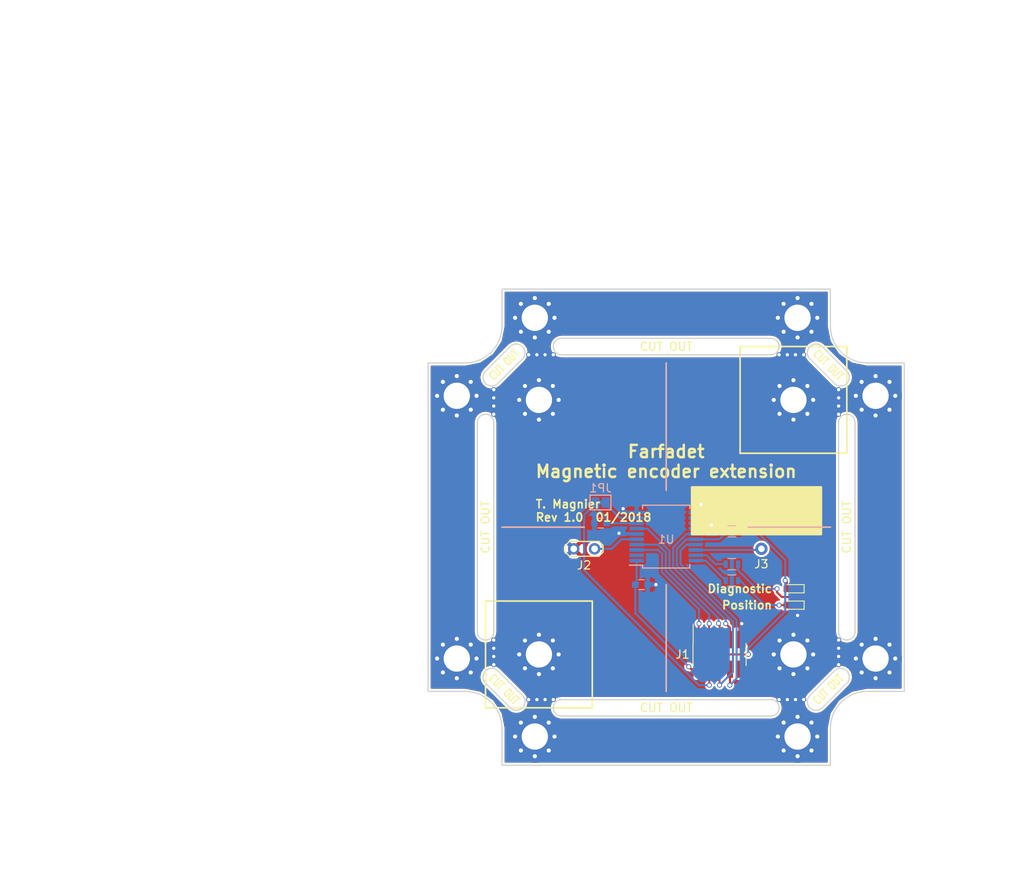
<source format=kicad_pcb>
(kicad_pcb (version 4) (host pcbnew 4.0.7)
  (title_block (title "Farfadet - Magnetic encoder extension") (date 2018-01-23) (rev 1.0) (company "Tom Magnier"))
  (layers (0 F.Cu signal hide) (31 B.Cu signal hide) (34 B.Paste user) (35 F.Paste user) (36 B.SilkS user) (37 F.SilkS user) (38 B.Mask user) (39 F.Mask user) (44 Edge.Cuts user))
  (net 0 "")
  (net 1 GND)
  (net 2 +3V3)
  (net 3 +5V)
  (net 4 "Net-(D1-Pad1)")
  (net 5 "Net-(D2-Pad2)")
  (net 6 /ENCN)
  (net 7 /ENCB)
  (net 8 /ENCA)
  (net 9 /~CS~_EXT)
  (net 10 /SDO)
  (net 11 /SCK)
  (net 12 /SDI)
  (net 13 /V_OTP)
  (net 14 "Net-(J3-Pad1)")
  (net 15 "Net-(JP1-Pad2)")
  (net 16 "Net-(R2-Pad1)")
  (net 17 "Net-(R3-Pad2)")
  (net 18 "Net-(U1-Pad2)")
  (module Mounting_Holes:MountingHole_3.2mm_M3_Pad_Via (layer F.Cu) (at 169 86)
    (fp_text reference H10 hide)
    (fp_text value HOLE hide)
    (pad 1 thru_hole circle (at 0 0) (size 6.4 6.4) (drill 3.2) (layers *.Cu *.Mask) (net 1 GND))
    (pad "" thru_hole circle (at 2.4 0) (size 0.6 0.6) (drill 0.5) (layers *.Cu *.Mask))
    (pad "" thru_hole circle (at 1.697056 1.697056) (size 0.6 0.6) (drill 0.5) (layers *.Cu *.Mask))
    (pad "" thru_hole circle (at 0 2.4) (size 0.6 0.6) (drill 0.5) (layers *.Cu *.Mask))
    (pad "" thru_hole circle (at -1.697056 1.697056) (size 0.6 0.6) (drill 0.5) (layers *.Cu *.Mask))
    (pad "" thru_hole circle (at -2.4 0) (size 0.6 0.6) (drill 0.5) (layers *.Cu *.Mask))
    (pad "" thru_hole circle (at -1.697056 -1.697056) (size 0.6 0.6) (drill 0.5) (layers *.Cu *.Mask))
    (pad "" thru_hole circle (at 0 -2.4) (size 0.6 0.6) (drill 0.5) (layers *.Cu *.Mask))
    (pad "" thru_hole circle (at 1.697056 -1.697056) (size 0.6 0.6) (drill 0.5) (layers *.Cu *.Mask))
  )
  (module Mounting_Holes:MountingHole_3.2mm_M3_Pad_Via (layer F.Cu) (at 169 117)
    (fp_text reference H11 hide)
    (fp_text value HOLE hide)
    (pad 1 thru_hole circle (at 0 0) (size 6.4 6.4) (drill 3.2) (layers *.Cu *.Mask) (net 1 GND))
    (pad "" thru_hole circle (at 2.4 0) (size 0.6 0.6) (drill 0.5) (layers *.Cu *.Mask))
    (pad "" thru_hole circle (at 1.697056 1.697056) (size 0.6 0.6) (drill 0.5) (layers *.Cu *.Mask))
    (pad "" thru_hole circle (at 0 2.4) (size 0.6 0.6) (drill 0.5) (layers *.Cu *.Mask))
    (pad "" thru_hole circle (at -1.697056 1.697056) (size 0.6 0.6) (drill 0.5) (layers *.Cu *.Mask))
    (pad "" thru_hole circle (at -2.4 0) (size 0.6 0.6) (drill 0.5) (layers *.Cu *.Mask))
    (pad "" thru_hole circle (at -1.697056 -1.697056) (size 0.6 0.6) (drill 0.5) (layers *.Cu *.Mask))
    (pad "" thru_hole circle (at 0 -2.4) (size 0.6 0.6) (drill 0.5) (layers *.Cu *.Mask))
    (pad "" thru_hole circle (at 1.697056 -1.697056) (size 0.6 0.6) (drill 0.5) (layers *.Cu *.Mask))
  )
  (module Mounting_Holes:MountingHole_3.2mm_M3_Pad_Via (layer F.Cu) (at 138 117)
    (fp_text reference H12 hide)
    (fp_text value HOLE hide)
    (pad 1 thru_hole circle (at 0 0) (size 6.4 6.4) (drill 3.2) (layers *.Cu *.Mask) (net 1 GND))
    (pad "" thru_hole circle (at 2.4 0) (size 0.6 0.6) (drill 0.5) (layers *.Cu *.Mask))
    (pad "" thru_hole circle (at 1.697056 1.697056) (size 0.6 0.6) (drill 0.5) (layers *.Cu *.Mask))
    (pad "" thru_hole circle (at 0 2.4) (size 0.6 0.6) (drill 0.5) (layers *.Cu *.Mask))
    (pad "" thru_hole circle (at -1.697056 1.697056) (size 0.6 0.6) (drill 0.5) (layers *.Cu *.Mask))
    (pad "" thru_hole circle (at -2.4 0) (size 0.6 0.6) (drill 0.5) (layers *.Cu *.Mask))
    (pad "" thru_hole circle (at -1.697056 -1.697056) (size 0.6 0.6) (drill 0.5) (layers *.Cu *.Mask))
    (pad "" thru_hole circle (at 0 -2.4) (size 0.6 0.6) (drill 0.5) (layers *.Cu *.Mask))
    (pad "" thru_hole circle (at 1.697056 -1.697056) (size 0.6 0.6) (drill 0.5) (layers *.Cu *.Mask))
  )
  (module Mounting_Holes:MountingHole_3.2mm_M3_Pad_Via (layer F.Cu) (at 138 86)
    (fp_text reference H9 hide)
    (fp_text value HOLE hide)
    (pad 1 thru_hole circle (at 0 0) (size 6.4 6.4) (drill 3.2) (layers *.Cu *.Mask) (net 1 GND))
    (pad "" thru_hole circle (at 2.4 0) (size 0.6 0.6) (drill 0.5) (layers *.Cu *.Mask))
    (pad "" thru_hole circle (at 1.697056 1.697056) (size 0.6 0.6) (drill 0.5) (layers *.Cu *.Mask))
    (pad "" thru_hole circle (at 0 2.4) (size 0.6 0.6) (drill 0.5) (layers *.Cu *.Mask))
    (pad "" thru_hole circle (at -1.697056 1.697056) (size 0.6 0.6) (drill 0.5) (layers *.Cu *.Mask))
    (pad "" thru_hole circle (at -2.4 0) (size 0.6 0.6) (drill 0.5) (layers *.Cu *.Mask))
    (pad "" thru_hole circle (at -1.697056 -1.697056) (size 0.6 0.6) (drill 0.5) (layers *.Cu *.Mask))
    (pad "" thru_hole circle (at 0 -2.4) (size 0.6 0.6) (drill 0.5) (layers *.Cu *.Mask))
    (pad "" thru_hole circle (at 1.697056 -1.697056) (size 0.6 0.6) (drill 0.5) (layers *.Cu *.Mask))
  )
  (module Mounting_Holes:MountingHole_3.2mm_M3_Pad_Via (layer F.Cu) (at 169.5 127)
    (fp_text reference H5 hide)
    (fp_text value HOLE hide)
    (pad 1 thru_hole circle (at 0 0) (size 6.4 6.4) (drill 3.2) (layers *.Cu *.Mask) (net 1 GND))
    (pad "" thru_hole circle (at 2.4 0) (size 0.6 0.6) (drill 0.5) (layers *.Cu *.Mask))
    (pad "" thru_hole circle (at 1.697056 1.697056) (size 0.6 0.6) (drill 0.5) (layers *.Cu *.Mask))
    (pad "" thru_hole circle (at 0 2.4) (size 0.6 0.6) (drill 0.5) (layers *.Cu *.Mask))
    (pad "" thru_hole circle (at -1.697056 1.697056) (size 0.6 0.6) (drill 0.5) (layers *.Cu *.Mask))
    (pad "" thru_hole circle (at -2.4 0) (size 0.6 0.6) (drill 0.5) (layers *.Cu *.Mask))
    (pad "" thru_hole circle (at -1.697056 -1.697056) (size 0.6 0.6) (drill 0.5) (layers *.Cu *.Mask))
    (pad "" thru_hole circle (at 0 -2.4) (size 0.6 0.6) (drill 0.5) (layers *.Cu *.Mask))
    (pad "" thru_hole circle (at 1.697056 -1.697056) (size 0.6 0.6) (drill 0.5) (layers *.Cu *.Mask))
  )
  (module Mounting_Holes:MountingHole_3.2mm_M3_Pad_Via (layer F.Cu) (at 137.5 127)
    (fp_text reference H6 hide)
    (fp_text value HOLE hide)
    (pad 1 thru_hole circle (at 0 0) (size 6.4 6.4) (drill 3.2) (layers *.Cu *.Mask) (net 1 GND))
    (pad "" thru_hole circle (at 2.4 0) (size 0.6 0.6) (drill 0.5) (layers *.Cu *.Mask))
    (pad "" thru_hole circle (at 1.697056 1.697056) (size 0.6 0.6) (drill 0.5) (layers *.Cu *.Mask))
    (pad "" thru_hole circle (at 0 2.4) (size 0.6 0.6) (drill 0.5) (layers *.Cu *.Mask))
    (pad "" thru_hole circle (at -1.697056 1.697056) (size 0.6 0.6) (drill 0.5) (layers *.Cu *.Mask))
    (pad "" thru_hole circle (at -2.4 0) (size 0.6 0.6) (drill 0.5) (layers *.Cu *.Mask))
    (pad "" thru_hole circle (at -1.697056 -1.697056) (size 0.6 0.6) (drill 0.5) (layers *.Cu *.Mask))
    (pad "" thru_hole circle (at 0 -2.4) (size 0.6 0.6) (drill 0.5) (layers *.Cu *.Mask))
    (pad "" thru_hole circle (at 1.697056 -1.697056) (size 0.6 0.6) (drill 0.5) (layers *.Cu *.Mask))
  )
  (module Mounting_Holes:MountingHole_3.2mm_M3_Pad_Via (layer F.Cu) (at 169.5 76 90)
    (fp_text reference H2 hide)
    (fp_text value HOLE hide)
    (pad 1 thru_hole circle (at 0 0 90) (size 6.4 6.4) (drill 3.2) (layers *.Cu *.Mask) (net 1 GND))
    (pad "" thru_hole circle (at 2.4 0 90) (size 0.6 0.6) (drill 0.5) (layers *.Cu *.Mask))
    (pad "" thru_hole circle (at 1.697056 1.697056 90) (size 0.6 0.6) (drill 0.5) (layers *.Cu *.Mask))
    (pad "" thru_hole circle (at 0 2.4 90) (size 0.6 0.6) (drill 0.5) (layers *.Cu *.Mask))
    (pad "" thru_hole circle (at -1.697056 1.697056 90) (size 0.6 0.6) (drill 0.5) (layers *.Cu *.Mask))
    (pad "" thru_hole circle (at -2.4 0 90) (size 0.6 0.6) (drill 0.5) (layers *.Cu *.Mask))
    (pad "" thru_hole circle (at -1.697056 -1.697056 90) (size 0.6 0.6) (drill 0.5) (layers *.Cu *.Mask))
    (pad "" thru_hole circle (at 0 -2.4 90) (size 0.6 0.6) (drill 0.5) (layers *.Cu *.Mask))
    (pad "" thru_hole circle (at 1.697056 -1.697056 90) (size 0.6 0.6) (drill 0.5) (layers *.Cu *.Mask))
  )
  (module Mounting_Holes:MountingHole_3.2mm_M3_Pad_Via (layer F.Cu) (at 137.5 76)
    (fp_text reference H1 hide)
    (fp_text value HOLE hide)
    (pad 1 thru_hole circle (at 0 0) (size 6.4 6.4) (drill 3.2) (layers *.Cu *.Mask) (net 1 GND))
    (pad "" thru_hole circle (at 2.4 0) (size 0.6 0.6) (drill 0.5) (layers *.Cu *.Mask))
    (pad "" thru_hole circle (at 1.697056 1.697056) (size 0.6 0.6) (drill 0.5) (layers *.Cu *.Mask))
    (pad "" thru_hole circle (at 0 2.4) (size 0.6 0.6) (drill 0.5) (layers *.Cu *.Mask))
    (pad "" thru_hole circle (at -1.697056 1.697056) (size 0.6 0.6) (drill 0.5) (layers *.Cu *.Mask))
    (pad "" thru_hole circle (at -2.4 0) (size 0.6 0.6) (drill 0.5) (layers *.Cu *.Mask))
    (pad "" thru_hole circle (at -1.697056 -1.697056) (size 0.6 0.6) (drill 0.5) (layers *.Cu *.Mask))
    (pad "" thru_hole circle (at 0 -2.4) (size 0.6 0.6) (drill 0.5) (layers *.Cu *.Mask))
    (pad "" thru_hole circle (at 1.697056 -1.697056) (size 0.6 0.6) (drill 0.5) (layers *.Cu *.Mask))
  )
  (module Mounting_Holes:MountingHole_3.2mm_M3_Pad_Via (layer F.Cu) (at 179 117.5)
    (fp_text reference H4 hide)
    (fp_text value HOLE hide)
    (pad 1 thru_hole circle (at 0 0) (size 6.4 6.4) (drill 3.2) (layers *.Cu *.Mask) (net 1 GND))
    (pad "" thru_hole circle (at 2.4 0) (size 0.6 0.6) (drill 0.5) (layers *.Cu *.Mask))
    (pad "" thru_hole circle (at 1.697056 1.697056) (size 0.6 0.6) (drill 0.5) (layers *.Cu *.Mask))
    (pad "" thru_hole circle (at 0 2.4) (size 0.6 0.6) (drill 0.5) (layers *.Cu *.Mask))
    (pad "" thru_hole circle (at -1.697056 1.697056) (size 0.6 0.6) (drill 0.5) (layers *.Cu *.Mask))
    (pad "" thru_hole circle (at -2.4 0) (size 0.6 0.6) (drill 0.5) (layers *.Cu *.Mask))
    (pad "" thru_hole circle (at -1.697056 -1.697056) (size 0.6 0.6) (drill 0.5) (layers *.Cu *.Mask))
    (pad "" thru_hole circle (at 0 -2.4) (size 0.6 0.6) (drill 0.5) (layers *.Cu *.Mask))
    (pad "" thru_hole circle (at 1.697056 -1.697056) (size 0.6 0.6) (drill 0.5) (layers *.Cu *.Mask))
  )
  (module Mounting_Holes:MountingHole_3.2mm_M3_Pad_Via (layer F.Cu) (at 179 85.5)
    (fp_text reference H3 hide)
    (fp_text value HOLE hide)
    (pad 1 thru_hole circle (at 0 0) (size 6.4 6.4) (drill 3.2) (layers *.Cu *.Mask) (net 1 GND))
    (pad "" thru_hole circle (at 2.4 0) (size 0.6 0.6) (drill 0.5) (layers *.Cu *.Mask))
    (pad "" thru_hole circle (at 1.697056 1.697056) (size 0.6 0.6) (drill 0.5) (layers *.Cu *.Mask))
    (pad "" thru_hole circle (at 0 2.4) (size 0.6 0.6) (drill 0.5) (layers *.Cu *.Mask))
    (pad "" thru_hole circle (at -1.697056 1.697056) (size 0.6 0.6) (drill 0.5) (layers *.Cu *.Mask))
    (pad "" thru_hole circle (at -2.4 0) (size 0.6 0.6) (drill 0.5) (layers *.Cu *.Mask))
    (pad "" thru_hole circle (at -1.697056 -1.697056) (size 0.6 0.6) (drill 0.5) (layers *.Cu *.Mask))
    (pad "" thru_hole circle (at 0 -2.4) (size 0.6 0.6) (drill 0.5) (layers *.Cu *.Mask))
    (pad "" thru_hole circle (at 1.697056 -1.697056) (size 0.6 0.6) (drill 0.5) (layers *.Cu *.Mask))
  )
  (module Capacitors_SMD:C_0603 (layer B.Cu) (at 150.5 108.5)
    (fp_text reference C1)
    (fp_text value 0.1uF hide)
    (fp_line (start 0.35 -0.6) (end -0.35 -0.6) (layer B.SilkS) (width 0.12))
    (fp_line (start -0.35 0.6) (end 0.35 0.6) (layer B.SilkS) (width 0.12))
    (pad 2 smd rect (at 0.75 0) (size 0.8 0.75) (layers B.Cu B.Paste B.Mask) (net 1 GND))
    (pad 1 smd rect (at -0.75 0) (size 0.8 0.75) (layers B.Cu B.Paste B.Mask) (net 2 +3V3))
  )
  (module Capacitors_SMD:C_0603 (layer B.Cu) (at 145.5 101 180)
    (fp_text reference C2)
    (fp_text value 0.1uF hide)
    (fp_line (start 0.35 -0.6) (end -0.35 -0.6) (layer B.SilkS) (width 0.12))
    (fp_line (start -0.35 0.6) (end 0.35 0.6) (layer B.SilkS) (width 0.12))
    (pad 2 smd rect (at 0.75 0 180) (size 0.8 0.75) (layers B.Cu B.Paste B.Mask) (net 1 GND))
    (pad 1 smd rect (at -0.75 0 180) (size 0.8 0.75) (layers B.Cu B.Paste B.Mask) (net 3 +5V))
  )
  (module LEDs:LED_0603 (layer F.Cu) (at 169 109 180)
    (fp_text reference D1)
    (fp_text value LED_Small hide)
    (fp_line (start -1.3 -0.5) (end -1.3 0.5) (layer F.SilkS) (width 0.12))
    (fp_line (start -1.3 0.5) (end 0.8 0.5) (layer F.SilkS) (width 0.12))
    (fp_line (start -1.3 -0.5) (end 0.8 -0.5) (layer F.SilkS) (width 0.12))
    (pad 2 smd rect (at 0.8 0) (size 0.8 0.8) (layers F.Cu F.Paste F.Mask) (net 2 +3V3))
    (pad 1 smd rect (at -0.8 0) (size 0.8 0.8) (layers F.Cu F.Paste F.Mask) (net 4 "Net-(D1-Pad1)"))
  )
  (module LEDs:LED_0603 (layer F.Cu) (at 169 111 180)
    (fp_text reference D2)
    (fp_text value LED_Small hide)
    (fp_line (start -1.3 -0.5) (end -1.3 0.5) (layer F.SilkS) (width 0.12))
    (fp_line (start -1.3 0.5) (end 0.8 0.5) (layer F.SilkS) (width 0.12))
    (fp_line (start -1.3 -0.5) (end 0.8 -0.5) (layer F.SilkS) (width 0.12))
    (pad 2 smd rect (at 0.8 0) (size 0.8 0.8) (layers F.Cu F.Paste F.Mask) (net 5 "Net-(D2-Pad2)"))
    (pad 1 smd rect (at -0.8 0) (size 0.8 0.8) (layers F.Cu F.Paste F.Mask) (net 1 GND))
  )
  (module Socket_Strips:Socket_Strip_Straight_2x05_Pitch1.27mm_SMD (layer F.Cu) (at 160 117 90)
    (fp_text reference J1 (at 0 -4.5 180) (layer F.SilkS))
    (fp_text value Conn_02x05_Odd_Even hide)
    (fp_line (start -1.33 -3.215) (end -1.33 -3.235) (layer F.SilkS) (width 0.12))
    (fp_line (start -1.33 -3.235) (end 1.33 -3.235) (layer F.SilkS) (width 0.12))
    (fp_line (start 1.33 -3.235) (end 1.33 -3.215) (layer F.SilkS) (width 0.12))
    (fp_line (start -1.33 3.215) (end -1.33 3.235) (layer F.SilkS) (width 0.12))
    (fp_line (start -1.33 3.235) (end 1.33 3.235) (layer F.SilkS) (width 0.12))
    (fp_line (start 1.33 3.235) (end 1.33 3.215) (layer F.SilkS) (width 0.12))
    (fp_line (start 3.635 -3.215) (end 1.33 -3.215) (layer F.SilkS) (width 0.12))
    (pad 1 smd rect (at 1.8 -2.54 90) (size 2.1 0.75) (layers F.Cu F.Paste F.Mask) (net 6 /ENCN))
    (pad 2 smd rect (at -1.8 -2.54 90) (size 2.1 0.75) (layers F.Cu F.Paste F.Mask) (net 2 +3V3))
    (pad 3 smd rect (at 1.8 -1.27 90) (size 2.1 0.75) (layers F.Cu F.Paste F.Mask) (net 7 /ENCB))
    (pad 4 smd rect (at -1.8 -1.27 90) (size 2.1 0.75) (layers F.Cu F.Paste F.Mask) (net 3 +5V))
    (pad 5 smd rect (at 1.8 0 90) (size 2.1 0.75) (layers F.Cu F.Paste F.Mask) (net 8 /ENCA))
    (pad 6 smd rect (at -1.8 0 90) (size 2.1 0.75) (layers F.Cu F.Paste F.Mask) (net 9 /~CS~_EXT))
    (pad 7 smd rect (at 1.8 1.27 90) (size 2.1 0.75) (layers F.Cu F.Paste F.Mask) (net 10 /SDO))
    (pad 8 smd rect (at -1.8 1.27 90) (size 2.1 0.75) (layers F.Cu F.Paste F.Mask) (net 11 /SCK))
    (pad 9 smd rect (at 1.8 2.54 90) (size 2.1 0.75) (layers F.Cu F.Paste F.Mask) (net 1 GND))
    (pad 10 smd rect (at -1.8 2.54 90) (size 2.1 0.75) (layers F.Cu F.Paste F.Mask) (net 12 /SDI))
  )
  (module Measurement_Points:Test_Point_2Pads (layer F.Cu) (at 144.78 104.14 180)
    (fp_text reference J2 (at 1.27 -2 180) (layer F.SilkS))
    (fp_text value Conn_01x02 hide)
    (fp_line (start -0.53 -0.9) (end 3.07 -0.9) (layer F.SilkS) (width 0.15))
    (fp_line (start 3.07 -0.9) (end 3.57 -0.4) (layer F.SilkS) (width 0.15))
    (fp_line (start 3.57 -0.4) (end 3.57 0.4) (layer F.SilkS) (width 0.15))
    (fp_line (start 3.57 0.4) (end 3.07 0.9) (layer F.SilkS) (width 0.15))
    (fp_line (start 3.07 0.9) (end -0.53 0.9) (layer F.SilkS) (width 0.15))
    (fp_line (start -0.53 0.9) (end -1.03 0.4) (layer F.SilkS) (width 0.15))
    (fp_line (start -1.03 0.4) (end -1.03 -0.4) (layer F.SilkS) (width 0.15))
    (fp_line (start -1.03 -0.4) (end -0.53 -0.9) (layer F.SilkS) (width 0.15))
    (pad 1 thru_hole circle (at 0 0 180) (size 1.4 1.4) (drill 0.8128) (layers *.Cu *.Mask) (net 13 /V_OTP))
    (pad 2 thru_hole circle (at 2.54 0 180) (size 1.4 1.4) (drill 0.8128) (layers *.Cu *.Mask) (net 1 GND))
  )
  (module Measurement_Points:Measurement_Point_Round-TH_Small (layer F.Cu) (at 165.1 104.14)
    (fp_text reference J3 (at 0 1.86) (layer F.SilkS))
    (fp_text value TEST_1P hide)
    (pad 1 thru_hole circle (at 0 0) (size 1.5 1.5) (drill 0.8) (layers *.Cu *.Mask) (net 14 "Net-(J3-Pad1)"))
  )
  (module tom_kicad_lib:Solder_Jumper_2_conn (layer B.Cu) (at 145.5 98.5 270)
    (fp_text reference JP1 (at -1.75 0 540) (layer B.SilkS) (effects (justify mirror)))
    (fp_text value Jumper_NC_Small hide)
    (fp_line (start 0 0.4) (end 0 -0.4) (layer B.Cu) (width 0.5))
    (fp_line (start -0.889 1.27) (end -0.889 -1.27) (layer B.SilkS) (width 0.15))
    (fp_line (start 0.889 -1.27) (end 0.889 1.27) (layer B.SilkS) (width 0.15))
    (fp_line (start 0.889 -1.27) (end -0.889 -1.27) (layer B.SilkS) (width 0.15))
    (fp_line (start -0.889 1.27) (end 0.889 1.27) (layer B.SilkS) (width 0.15))
    (pad 1 smd rect (at 0 0.635 270) (size 1.27 0.9652) (layers B.Cu B.Mask) (net 3 +5V))
    (pad 2 smd rect (at 0 -0.635 270) (size 1.27 0.9652) (layers B.Cu B.Mask) (net 15 "Net-(JP1-Pad2)"))
  )
  (module Resistors_SMD:R_0603 (layer B.Cu) (at 161.5 102 180)
    (fp_text reference R1)
    (fp_text value 10k hide)
    (fp_line (start 0.5 -0.68) (end -0.5 -0.68) (layer B.SilkS) (width 0.12))
    (fp_line (start -0.5 0.68) (end 0.5 0.68) (layer B.SilkS) (width 0.12))
    (pad 1 smd rect (at -0.75 0 180) (size 0.5 0.9) (layers B.Cu B.Paste B.Mask) (net 2 +3V3))
    (pad 2 smd rect (at 0.75 0 180) (size 0.5 0.9) (layers B.Cu B.Paste B.Mask) (net 9 /~CS~_EXT))
  )
  (module Resistors_SMD:R_0603 (layer B.Cu) (at 161.5 106)
    (fp_text reference R2)
    (fp_text value 4.7k hide)
    (fp_line (start 0.5 -0.68) (end -0.5 -0.68) (layer B.SilkS) (width 0.12))
    (fp_line (start -0.5 0.68) (end 0.5 0.68) (layer B.SilkS) (width 0.12))
    (pad 1 smd rect (at -0.75 0) (size 0.5 0.9) (layers B.Cu B.Paste B.Mask) (net 16 "Net-(R2-Pad1)"))
    (pad 2 smd rect (at 0.75 0) (size 0.5 0.9) (layers B.Cu B.Paste B.Mask) (net 4 "Net-(D1-Pad1)"))
  )
  (module Resistors_SMD:R_0603 (layer B.Cu) (at 161.5 108 180)
    (fp_text reference R3)
    (fp_text value 4.7k hide)
    (fp_line (start 0.5 -0.68) (end -0.5 -0.68) (layer B.SilkS) (width 0.12))
    (fp_line (start -0.5 0.68) (end 0.5 0.68) (layer B.SilkS) (width 0.12))
    (pad 1 smd rect (at -0.75 0 180) (size 0.5 0.9) (layers B.Cu B.Paste B.Mask) (net 5 "Net-(D2-Pad2)"))
    (pad 2 smd rect (at 0.75 0 180) (size 0.5 0.9) (layers B.Cu B.Paste B.Mask) (net 17 "Net-(R3-Pad2)"))
  )
  (module Mounting_Holes:MountingHole_3.2mm_M3_Pad_Via (layer F.Cu) (at 128 117.5)
    (fp_text reference H7 hide)
    (fp_text value HOLE hide)
    (pad 1 thru_hole circle (at 0 0) (size 6.4 6.4) (drill 3.2) (layers *.Cu *.Mask) (net 1 GND))
    (pad "" thru_hole circle (at 2.4 0) (size 0.6 0.6) (drill 0.5) (layers *.Cu *.Mask))
    (pad "" thru_hole circle (at 1.697056 1.697056) (size 0.6 0.6) (drill 0.5) (layers *.Cu *.Mask))
    (pad "" thru_hole circle (at 0 2.4) (size 0.6 0.6) (drill 0.5) (layers *.Cu *.Mask))
    (pad "" thru_hole circle (at -1.697056 1.697056) (size 0.6 0.6) (drill 0.5) (layers *.Cu *.Mask))
    (pad "" thru_hole circle (at -2.4 0) (size 0.6 0.6) (drill 0.5) (layers *.Cu *.Mask))
    (pad "" thru_hole circle (at -1.697056 -1.697056) (size 0.6 0.6) (drill 0.5) (layers *.Cu *.Mask))
    (pad "" thru_hole circle (at 0 -2.4) (size 0.6 0.6) (drill 0.5) (layers *.Cu *.Mask))
    (pad "" thru_hole circle (at 1.697056 -1.697056) (size 0.6 0.6) (drill 0.5) (layers *.Cu *.Mask))
  )
  (module Mounting_Holes:MountingHole_3.2mm_M3_Pad_Via (layer F.Cu) (at 128 85.5)
    (fp_text reference H8 hide)
    (fp_text value HOLE hide)
    (pad 1 thru_hole circle (at 0 0) (size 6.4 6.4) (drill 3.2) (layers *.Cu *.Mask) (net 1 GND))
    (pad "" thru_hole circle (at 2.4 0) (size 0.6 0.6) (drill 0.5) (layers *.Cu *.Mask))
    (pad "" thru_hole circle (at 1.697056 1.697056) (size 0.6 0.6) (drill 0.5) (layers *.Cu *.Mask))
    (pad "" thru_hole circle (at 0 2.4) (size 0.6 0.6) (drill 0.5) (layers *.Cu *.Mask))
    (pad "" thru_hole circle (at -1.697056 1.697056) (size 0.6 0.6) (drill 0.5) (layers *.Cu *.Mask))
    (pad "" thru_hole circle (at -2.4 0) (size 0.6 0.6) (drill 0.5) (layers *.Cu *.Mask))
    (pad "" thru_hole circle (at -1.697056 -1.697056) (size 0.6 0.6) (drill 0.5) (layers *.Cu *.Mask))
    (pad "" thru_hole circle (at 0 -2.4) (size 0.6 0.6) (drill 0.5) (layers *.Cu *.Mask))
    (pad "" thru_hole circle (at 1.697056 -1.697056) (size 0.6 0.6) (drill 0.5) (layers *.Cu *.Mask))
  )
  (module tom_kicad_lib:SSOP-20_5.3x7.2mm_Pitch0.65mm (layer B.Cu) (at 153.5 102.65)
    (fp_text reference U1 (at 0 0.35) (layer B.SilkS) (effects (justify mirror)))
    (fp_text value AS5132-HSS* hide)
    (fp_line (start -2.875 3.825) (end -2.875 3.475) (layer B.SilkS) (width 0.15))
    (fp_line (start 2.875 3.825) (end 2.875 3.375) (layer B.SilkS) (width 0.15))
    (fp_line (start 2.875 -3.825) (end 2.875 -3.375) (layer B.SilkS) (width 0.15))
    (fp_line (start -2.875 -3.825) (end -2.875 -3.375) (layer B.SilkS) (width 0.15))
    (fp_line (start -2.875 3.825) (end 2.875 3.825) (layer B.SilkS) (width 0.15))
    (fp_line (start -2.875 -3.825) (end 2.875 -3.825) (layer B.SilkS) (width 0.15))
    (fp_line (start -2.875 3.475) (end -4.475 3.475) (layer B.SilkS) (width 0.15))
    (pad 1 smd rect (at -3.6 2.925) (size 1.75 0.45) (layers B.Cu B.Paste B.Mask) (net 2 +3V3))
    (pad 2 smd rect (at -3.6 2.275) (size 1.75 0.45) (layers B.Cu B.Paste B.Mask) (net 18 "Net-(U1-Pad2)"))
    (pad 3 smd rect (at -3.6 1.625) (size 1.75 0.45) (layers B.Cu B.Paste B.Mask) (net 6 /ENCN))
    (pad 4 smd rect (at -3.6 0.975) (size 1.75 0.45) (layers B.Cu B.Paste B.Mask) (net 7 /ENCB))
    (pad 5 smd rect (at -3.6 0.325) (size 1.75 0.45) (layers B.Cu B.Paste B.Mask) (net 13 /V_OTP))
    (pad 6 smd rect (at -3.6 -0.325) (size 1.75 0.45) (layers B.Cu B.Paste B.Mask) (net 1 GND))
    (pad 7 smd rect (at -3.6 -0.975) (size 1.75 0.45) (layers B.Cu B.Paste B.Mask) (net 8 /ENCA))
    (pad 8 smd rect (at -3.6 -1.625) (size 1.75 0.45) (layers B.Cu B.Paste B.Mask) (net 3 +5V))
    (pad 9 smd rect (at -3.6 -2.275) (size 1.75 0.45) (layers B.Cu B.Paste B.Mask) (net 15 "Net-(JP1-Pad2)"))
    (pad 10 smd rect (at -3.6 -2.925) (size 1.75 0.45) (layers B.Cu B.Paste B.Mask) (net 1 GND))
    (pad 11 smd rect (at 3.6 -2.925) (size 1.75 0.45) (layers B.Cu B.Paste B.Mask) (net 1 GND))
    (pad 12 smd rect (at 3.6 -2.275) (size 1.75 0.45) (layers B.Cu B.Paste B.Mask) (net 1 GND))
    (pad 13 smd rect (at 3.6 -1.625) (size 1.75 0.45) (layers B.Cu B.Paste B.Mask) (net 1 GND))
    (pad 14 smd rect (at 3.6 -0.975) (size 1.75 0.45) (layers B.Cu B.Paste B.Mask) (net 1 GND))
    (pad 15 smd rect (at 3.6 -0.325) (size 1.75 0.45) (layers B.Cu B.Paste B.Mask) (net 10 /SDO))
    (pad 16 smd rect (at 3.6 0.325) (size 1.75 0.45) (layers B.Cu B.Paste B.Mask) (net 9 /~CS~_EXT))
    (pad 17 smd rect (at 3.6 0.975) (size 1.75 0.45) (layers B.Cu B.Paste B.Mask) (net 11 /SCK))
    (pad 18 smd rect (at 3.6 1.625) (size 1.75 0.45) (layers B.Cu B.Paste B.Mask) (net 14 "Net-(J3-Pad1)"))
    (pad 19 smd rect (at 3.6 2.275) (size 1.75 0.45) (layers B.Cu B.Paste B.Mask) (net 16 "Net-(R2-Pad1)"))
    (pad 20 smd rect (at 3.6 2.925) (size 1.75 0.45) (layers B.Cu B.Paste B.Mask) (net 17 "Net-(R3-Pad2)"))
  )
  (gr_text Position (at 166.5 111) (layer F.SilkS) (effects (font (size 1 1) (thickness 0.2)) (justify right)))
  (gr_text Diagnostic (at 166.5 109) (layer F.SilkS) (effects (font (size 1 1) (thickness 0.2)) (justify right)))
  (gr_text "T. Magnier\nRev 1.0  01/2018" (at 137.5 99.5) (layer F.SilkS) (effects (font (size 1 1) (thickness 0.2)) (justify left)))
  (gr_text "Farfadet\nMagnetic encoder extension" (at 153.5 93.5) (layer F.SilkS) (effects (font (size 1.5 1.5) (thickness 0.3))))
  (gr_text "CUT OUT" (at 173.25 121.25 45) (layer F.SilkS) (effects (font (size 1 0.7))))
  (gr_text "CUT OUT" (at 133.75 81.75 45) (layer F.SilkS) (effects (font (size 1 0.7))))
  (gr_text "CUT OUT" (at 173.25 81.75 315) (layer F.SilkS) (effects (font (size 1 0.7))))
  (gr_text "CUT OUT" (at 133.75 121.25 315) (layer F.SilkS) (effects (font (size 1 0.7))))
  (gr_arc (start 132.25 119.75) (end 131.5 120.5) (angle 180) (layer Edge.Cuts) (width 0.15))
  (gr_arc (start 135.25 122.75) (end 136 122) (angle 180) (layer Edge.Cuts) (width 0.15))
  (gr_line (start 134.5 123.5) (end 131.5 120.5) (layer Edge.Cuts) (width 0.15))
  (gr_line (start 133 119) (end 136 122) (layer Edge.Cuts) (width 0.15))
  (gr_arc (start 171.75 80.25) (end 171 81) (angle 180) (layer Edge.Cuts) (width 0.15))
  (gr_arc (start 174.75 83.25) (end 175.5 82.5) (angle 180) (layer Edge.Cuts) (width 0.15))
  (gr_line (start 174 84) (end 171 81) (layer Edge.Cuts) (width 0.15))
  (gr_line (start 172.5 79.5) (end 175.5 82.5) (layer Edge.Cuts) (width 0.15))
  (gr_arc (start 135.25 80.25) (end 134.5 79.5) (angle 180) (layer Edge.Cuts) (width 0.15))
  (gr_arc (start 132.25 83.25) (end 133 84) (angle 180) (layer Edge.Cuts) (width 0.15))
  (gr_line (start 131.5 82.5) (end 134.5 79.5) (layer Edge.Cuts) (width 0.15))
  (gr_line (start 136 81) (end 133 84) (layer Edge.Cuts) (width 0.15))
  (gr_arc (start 174.75 119.75) (end 174 119) (angle 180) (layer Edge.Cuts) (width 0.15))
  (gr_arc (start 171.75 122.75) (end 172.5 123.5) (angle 180) (layer Edge.Cuts) (width 0.15))
  (gr_line (start 175.5 120.5) (end 172.5 123.5) (layer Edge.Cuts) (width 0.15))
  (gr_line (start 171 122) (end 174 119) (layer Edge.Cuts) (width 0.15))
  (gr_line (start 175.5 79.5) (end 162.5 79.5) (layer F.SilkS) (width 0.2))
  (gr_line (start 175.5 92.5) (end 175.5 79.5) (layer F.SilkS) (width 0.2))
  (gr_line (start 162.5 92.5) (end 175.5 92.5) (layer F.SilkS) (width 0.2))
  (gr_line (start 162.5 79.5) (end 162.5 92.5) (layer F.SilkS) (width 0.2))
  (gr_line (start 131.5 110.5) (end 144.5 110.5) (layer F.SilkS) (width 0.2))
  (gr_line (start 131.5 123.5) (end 131.5 110.5) (layer F.SilkS) (width 0.2))
  (gr_line (start 144.5 123.5) (end 131.5 123.5) (layer F.SilkS) (width 0.2))
  (gr_line (start 144.5 110.5) (end 144.5 123.5) (layer F.SilkS) (width 0.2))
  (gr_text "CUT OUT" (at 153.5 123.5) (layer F.SilkS) (effects (font (size 1 1))))
  (gr_text "CUT OUT" (at 175.5 101.5 90) (layer F.SilkS) (effects (font (size 1 1))))
  (gr_text "CUT OUT" (at 131.5 101.5 90) (layer F.SilkS) (effects (font (size 1 1))))
  (gr_line (start 132.5 88.75) (end 132.5 114.25) (layer Edge.Cuts) (width 0.15))
  (gr_line (start 130.5 114.25) (end 130.5 88.75) (layer Edge.Cuts) (width 0.15))
  (gr_line (start 140.75 122.5) (end 166.25 122.5) (layer Edge.Cuts) (width 0.15))
  (gr_line (start 166.25 124.5) (end 140.75 124.5) (layer Edge.Cuts) (width 0.15))
  (gr_line (start 174.5 88.75) (end 174.5 114.25) (layer Edge.Cuts) (width 0.15))
  (gr_line (start 176.5 114.25) (end 176.5 88.75) (layer Edge.Cuts) (width 0.15))
  (gr_arc (start 175.5 88.75) (end 174.5 88.75) (angle 180) (layer Edge.Cuts) (width 0.15))
  (gr_arc (start 175.5 114.25) (end 176.5 114.25) (angle 180) (layer Edge.Cuts) (width 0.15))
  (gr_arc (start 166.25 123.5) (end 166.25 122.5) (angle 180) (layer Edge.Cuts) (width 0.15))
  (gr_arc (start 140.75 123.5) (end 140.75 124.5) (angle 180) (layer Edge.Cuts) (width 0.15))
  (gr_arc (start 131.5 114.25) (end 132.5 114.25) (angle 180) (layer Edge.Cuts) (width 0.15))
  (gr_arc (start 131.5 88.75) (end 130.5 88.75) (angle 180) (layer Edge.Cuts) (width 0.15))
  (gr_text "CUT OUT" (at 153.5 79.5) (layer F.SilkS) (effects (font (size 1 1))))
  (gr_arc (start 166.25 79.5) (end 166.25 78.5) (angle 180) (layer Edge.Cuts) (width 0.15))
  (gr_line (start 140.75 78.5) (end 166.25 78.5) (layer Edge.Cuts) (width 0.15))
  (gr_line (start 140.75 80.5) (end 166.25 80.5) (layer Edge.Cuts) (width 0.15))
  (gr_arc (start 140.75 79.5) (end 140.75 80.5) (angle 180) (layer Edge.Cuts) (width 0.15))
  (gr_line (start 173.5 101.5) (end 163.5 101.5) (layer B.SilkS) (width 0.2))
  (gr_line (start 133.5 101.5) (end 143.5 101.5) (layer B.SilkS) (width 0.2))
  (gr_line (start 153.5 121.5) (end 153.5 108.5) (layer B.SilkS) (width 0.2))
  (gr_line (start 153.5 81.5) (end 153.5 97) (layer B.SilkS) (width 0.2))
  (gr_line (start 124.5 81.5) (end 129 81.5) (layer Edge.Cuts) (width 0.15))
  (gr_line (start 124.5 121.5) (end 124.5 81.5) (layer Edge.Cuts) (width 0.15))
  (gr_line (start 129 121.5) (end 124.5 121.5) (layer Edge.Cuts) (width 0.15))
  (gr_line (start 133.5 130.5) (end 133.5 126) (layer Edge.Cuts) (width 0.15))
  (gr_line (start 173.5 130.5) (end 133.5 130.5) (layer Edge.Cuts) (width 0.15))
  (gr_line (start 173.5 126) (end 173.5 130.5) (layer Edge.Cuts) (width 0.15))
  (gr_line (start 182.5 121.5) (end 178 121.5) (layer Edge.Cuts) (width 0.15))
  (gr_line (start 182.5 81.5) (end 182.5 121.5) (layer Edge.Cuts) (width 0.15))
  (gr_line (start 178 81.5) (end 182.5 81.5) (layer Edge.Cuts) (width 0.15))
  (gr_line (start 173.5 72.5) (end 173.5 77) (layer Edge.Cuts) (width 0.15))
  (gr_line (start 133.5 72.5) (end 173.5 72.5) (layer Edge.Cuts) (width 0.15))
  (gr_line (start 133.5 77) (end 133.5 72.5) (layer Edge.Cuts) (width 0.15))
  (gr_arc (start 129 126) (end 129 121.5) (angle 90) (layer Edge.Cuts) (width 0.15))
  (gr_arc (start 178 77) (end 178 81.5) (angle 90) (layer Edge.Cuts) (width 0.15))
  (gr_arc (start 178 126) (end 173.5 126) (angle 90) (layer Edge.Cuts) (width 0.15))
  (gr_arc (start 129 77) (end 133.5 77) (angle 90) (layer Edge.Cuts) (width 0.15))
  (segment (start 132.5 117.25) (end 132.5 118.25) (width 0.25) (layer B.Cu) (net 1))
  (via (at 132.5 118.25) (size 0.6) (drill 0.4) (layers F.Cu B.Cu) (net 1))
  (segment (start 132.5 116.25) (end 132.5 117.25) (width 0.25) (layer F.Cu) (net 1))
  (via (at 132.5 117.25) (size 0.6) (drill 0.4) (layers F.Cu B.Cu) (net 1))
  (segment (start 132.5 115.25) (end 132.5 116.25) (width 0.25) (layer B.Cu) (net 1))
  (via (at 132.5 116.25) (size 0.6) (drill 0.4) (layers F.Cu B.Cu) (net 1))
  (segment (start 128 117.5) (end 128.625001 116.874999) (width 0.25) (layer F.Cu) (net 1))
  (segment (start 128.625001 116.874999) (end 130.875001 116.874999) (width 0.25) (layer F.Cu) (net 1))
  (segment (start 130.875001 116.874999) (end 132.5 115.25) (width 0.25) (layer F.Cu) (net 1))
  (via (at 132.5 115.25) (size 0.6) (drill 0.4) (layers F.Cu B.Cu) (net 1))
  (segment (start 137.75 122.5) (end 136.75 122.5) (width 0.25) (layer B.Cu) (net 1))
  (via (at 136.75 122.5) (size 0.6) (drill 0.4) (layers F.Cu B.Cu) (net 1))
  (segment (start 138.75 122.5) (end 137.75 122.5) (width 0.25) (layer F.Cu) (net 1))
  (via (at 137.75 122.5) (size 0.6) (drill 0.4) (layers F.Cu B.Cu) (net 1))
  (segment (start 139.75 122.5) (end 138.75 122.5) (width 0.25) (layer B.Cu) (net 1))
  (via (at 138.75 122.5) (size 0.6) (drill 0.4) (layers F.Cu B.Cu) (net 1))
  (segment (start 137.5 127) (end 138.125001 126.374999) (width 0.25) (layer F.Cu) (net 1))
  (segment (start 138.125001 126.374999) (end 138.125001 124.124999) (width 0.25) (layer F.Cu) (net 1))
  (segment (start 138.125001 124.124999) (end 139.75 122.5) (width 0.25) (layer F.Cu) (net 1))
  (via (at 139.75 122.5) (size 0.6) (drill 0.4) (layers F.Cu B.Cu) (net 1))
  (segment (start 169.25 122.5) (end 170.25 122.5) (width 0.25) (layer B.Cu) (net 1))
  (via (at 170.25 122.5) (size 0.6) (drill 0.4) (layers F.Cu B.Cu) (net 1))
  (segment (start 168.25 122.5) (end 169.25 122.5) (width 0.25) (layer F.Cu) (net 1))
  (via (at 169.25 122.5) (size 0.6) (drill 0.4) (layers F.Cu B.Cu) (net 1))
  (segment (start 167.25 122.5) (end 168.25 122.5) (width 0.25) (layer B.Cu) (net 1))
  (via (at 168.25 122.5) (size 0.6) (drill 0.4) (layers F.Cu B.Cu) (net 1))
  (segment (start 169.5 127) (end 168.874999 126.374999) (width 0.25) (layer F.Cu) (net 1))
  (segment (start 168.874999 126.374999) (end 168.874999 124.124999) (width 0.25) (layer F.Cu) (net 1))
  (segment (start 168.874999 124.124999) (end 167.25 122.5) (width 0.25) (layer F.Cu) (net 1))
  (via (at 167.25 122.5) (size 0.6) (drill 0.4) (layers F.Cu B.Cu) (net 1))
  (segment (start 174.5 117.25) (end 174.5 118.25) (width 0.25) (layer B.Cu) (net 1))
  (via (at 174.5 118.25) (size 0.6) (drill 0.4) (layers F.Cu B.Cu) (net 1))
  (segment (start 174.5 116.25) (end 174.5 117.25) (width 0.25) (layer F.Cu) (net 1))
  (via (at 174.5 117.25) (size 0.6) (drill 0.4) (layers F.Cu B.Cu) (net 1))
  (segment (start 174.5 115.25) (end 174.5 116.25) (width 0.25) (layer B.Cu) (net 1))
  (via (at 174.5 116.25) (size 0.6) (drill 0.4) (layers F.Cu B.Cu) (net 1))
  (segment (start 179 117.5) (end 178.374999 116.874999) (width 0.25) (layer F.Cu) (net 1))
  (segment (start 178.374999 116.874999) (end 176.124999 116.874999) (width 0.25) (layer F.Cu) (net 1))
  (segment (start 176.124999 116.874999) (end 174.5 115.25) (width 0.25) (layer F.Cu) (net 1))
  (via (at 174.5 115.25) (size 0.6) (drill 0.4) (layers F.Cu B.Cu) (net 1))
  (segment (start 174.5 85.75) (end 174.5 84.75) (width 0.25) (layer B.Cu) (net 1))
  (via (at 174.5 84.75) (size 0.6) (drill 0.4) (layers F.Cu B.Cu) (net 1))
  (segment (start 174.5 86.75) (end 174.5 85.75) (width 0.25) (layer F.Cu) (net 1))
  (via (at 174.5 85.75) (size 0.6) (drill 0.4) (layers F.Cu B.Cu) (net 1))
  (segment (start 174.5 87.75) (end 174.5 86.75) (width 0.25) (layer B.Cu) (net 1))
  (via (at 174.5 86.75) (size 0.6) (drill 0.4) (layers F.Cu B.Cu) (net 1))
  (segment (start 179 85.5) (end 178.374999 86.125001) (width 0.25) (layer F.Cu) (net 1))
  (segment (start 178.374999 86.125001) (end 176.124999 86.125001) (width 0.25) (layer F.Cu) (net 1))
  (segment (start 176.124999 86.125001) (end 174.5 87.75) (width 0.25) (layer F.Cu) (net 1))
  (via (at 174.5 87.75) (size 0.6) (drill 0.4) (layers F.Cu B.Cu) (net 1))
  (segment (start 169.25 80.5) (end 170.25 80.5) (width 0.25) (layer B.Cu) (net 1))
  (via (at 170.25 80.5) (size 0.6) (drill 0.4) (layers F.Cu B.Cu) (net 1))
  (segment (start 168.25 80.5) (end 169.25 80.5) (width 0.25) (layer F.Cu) (net 1))
  (via (at 169.25 80.5) (size 0.6) (drill 0.4) (layers F.Cu B.Cu) (net 1))
  (segment (start 167.25 80.5) (end 168.25 80.5) (width 0.25) (layer B.Cu) (net 1))
  (via (at 168.25 80.5) (size 0.6) (drill 0.4) (layers F.Cu B.Cu) (net 1))
  (segment (start 169.5 76) (end 168.874999 76.625001) (width 0.25) (layer F.Cu) (net 1))
  (segment (start 168.874999 76.625001) (end 168.874999 78.875001) (width 0.25) (layer F.Cu) (net 1))
  (segment (start 168.874999 78.875001) (end 167.25 80.5) (width 0.25) (layer F.Cu) (net 1))
  (via (at 167.25 80.5) (size 0.6) (drill 0.4) (layers F.Cu B.Cu) (net 1))
  (segment (start 132.5 85.75) (end 132.5 84.75) (width 0.25) (layer B.Cu) (net 1))
  (via (at 132.5 84.75) (size 0.6) (drill 0.4) (layers F.Cu B.Cu) (net 1))
  (segment (start 132.5 86.75) (end 132.5 85.75) (width 0.25) (layer F.Cu) (net 1))
  (via (at 132.5 85.75) (size 0.6) (drill 0.4) (layers F.Cu B.Cu) (net 1))
  (segment (start 132.5 87.75) (end 132.5 86.75) (width 0.25) (layer B.Cu) (net 1))
  (via (at 132.5 86.75) (size 0.6) (drill 0.4) (layers F.Cu B.Cu) (net 1))
  (segment (start 128 85.5) (end 128.625001 86.125001) (width 0.25) (layer F.Cu) (net 1))
  (segment (start 130.875001 86.125001) (end 132.5 87.75) (width 0.25) (layer F.Cu) (net 1))
  (segment (start 128.625001 86.125001) (end 130.875001 86.125001) (width 0.25) (layer F.Cu) (net 1))
  (via (at 132.5 87.75) (size 0.6) (drill 0.4) (layers F.Cu B.Cu) (net 1))
  (segment (start 139.450001 80.200001) (end 139.75 80.5) (width 0.25) (layer F.Cu) (net 1))
  (segment (start 138.125001 78.875001) (end 139.450001 80.200001) (width 0.25) (layer F.Cu) (net 1))
  (segment (start 138.125001 76.625001) (end 138.125001 78.875001) (width 0.25) (layer F.Cu) (net 1))
  (segment (start 137.5 76) (end 138.125001 76.625001) (width 0.25) (layer F.Cu) (net 1))
  (via (at 139.75 80.5) (size 0.6) (drill 0.4) (layers F.Cu B.Cu) (net 1))
  (segment (start 138.75 80.5) (end 139.75 80.5) (width 0.25) (layer B.Cu) (net 1))
  (segment (start 137.75 80.5) (end 138.75 80.5) (width 0.25) (layer F.Cu) (net 1))
  (via (at 138.75 80.5) (size 0.6) (drill 0.4) (layers F.Cu B.Cu) (net 1))
  (segment (start 136.75 80.5) (end 137.75 80.5) (width 0.25) (layer B.Cu) (net 1))
  (via (at 137.75 80.5) (size 0.6) (drill 0.4) (layers F.Cu B.Cu) (net 1))
  (via (at 136.75 80.5) (size 0.6) (drill 0.4) (layers F.Cu B.Cu) (net 1))
  (segment (start 151.25 108.5) (end 152.25 108.5) (width 0.25) (layer B.Cu) (net 1))
  (via (at 152.25 108.5) (size 0.6) (drill 0.4) (layers F.Cu B.Cu) (net 1))
  (segment (start 162.54 115.2) (end 162.54 113.410022) (width 0.25) (layer F.Cu) (net 1))
  (segment (start 162.54 113.410022) (end 162.700022 113.25) (width 0.25) (layer F.Cu) (net 1))
  (via (at 162.700022 113.25) (size 0.6) (drill 0.4) (layers F.Cu B.Cu) (net 1))
  (segment (start 169.8 111) (end 169.8 111.95) (width 0.25) (layer F.Cu) (net 1))
  (segment (start 169.8 111.95) (end 169.5 112.25) (width 0.25) (layer F.Cu) (net 1))
  (via (at 169.5 112.25) (size 0.6) (drill 0.4) (layers F.Cu B.Cu) (net 1))
  (segment (start 157.1 101.675) (end 158.575 101.675) (width 0.25) (layer B.Cu) (net 1))
  (segment (start 158.575 101.675) (end 159 101.25) (width 0.25) (layer B.Cu) (net 1))
  (via (at 159 101.25) (size 0.6) (drill 0.4) (layers F.Cu B.Cu) (net 1))
  (segment (start 157.1 99.725) (end 157.1 99.4) (width 0.25) (layer B.Cu) (net 1))
  (segment (start 157.1 99.4) (end 157.75 98.75) (width 0.25) (layer B.Cu) (net 1))
  (via (at 157.75 98.75) (size 0.6) (drill 0.4) (layers F.Cu B.Cu) (net 1))
  (segment (start 157.1 100.375) (end 157.1 99.725) (width 0.25) (layer B.Cu) (net 1))
  (segment (start 157.1 101.025) (end 157.1 100.375) (width 0.25) (layer B.Cu) (net 1))
  (segment (start 157.1 101.675) (end 157.1 101.025) (width 0.25) (layer B.Cu) (net 1))
  (segment (start 149.9 99.725) (end 148.725 99.725) (width 0.25) (layer B.Cu) (net 1))
  (segment (start 148.725 99.725) (end 148.25 99.25) (width 0.25) (layer B.Cu) (net 1))
  (via (at 148.25 99.25) (size 0.6) (drill 0.4) (layers F.Cu B.Cu) (net 1))
  (segment (start 149.9 102.325) (end 147.825 102.325) (width 0.25) (layer B.Cu) (net 1))
  (segment (start 147.825 102.325) (end 147.75 102.25) (width 0.25) (layer B.Cu) (net 1))
  (via (at 147.75 102.25) (size 0.6) (drill 0.4) (layers F.Cu B.Cu) (net 1))
  (segment (start 168 111.75) (end 168 108) (width 0.25) (layer B.Cu) (net 2))
  (segment (start 168 108) (end 168 105.5) (width 0.25) (layer B.Cu) (net 2))
  (segment (start 168.2 109) (end 168.2 108.2) (width 0.25) (layer F.Cu) (net 2))
  (segment (start 168.2 108.2) (end 168 108) (width 0.25) (layer F.Cu) (net 2))
  (via (at 168 108) (size 0.6) (drill 0.4) (layers F.Cu B.Cu) (net 2))
  (segment (start 163.5 117) (end 163.5 116.25) (width 0.25) (layer B.Cu) (net 2))
  (segment (start 163.5 116.25) (end 168 111.75) (width 0.25) (layer B.Cu) (net 2))
  (segment (start 168 105.5) (end 164.5 102) (width 0.25) (layer B.Cu) (net 2))
  (segment (start 164.5 102) (end 162.75 102) (width 0.25) (layer B.Cu) (net 2))
  (segment (start 162.75 102) (end 162.25 102) (width 0.25) (layer B.Cu) (net 2))
  (segment (start 149.75 111.999996) (end 155.950005 118.200001) (width 0.25) (layer B.Cu) (net 2))
  (segment (start 155.950005 118.200001) (end 156.250004 118.5) (width 0.25) (layer B.Cu) (net 2))
  (segment (start 149.75 108.5) (end 149.75 111.999996) (width 0.25) (layer B.Cu) (net 2))
  (segment (start 156.550003 118.799999) (end 156.250004 118.5) (width 0.25) (layer F.Cu) (net 2))
  (segment (start 157.46 118.8) (end 156.550003 118.799999) (width 0.25) (layer F.Cu) (net 2))
  (via (at 156.250004 118.5) (size 0.6) (drill 0.4) (layers F.Cu B.Cu) (net 2))
  (segment (start 157.46 118.8) (end 157.46 118.125) (width 0.25) (layer F.Cu) (net 2))
  (segment (start 157.46 118.125) (end 158.585 117) (width 0.25) (layer F.Cu) (net 2))
  (segment (start 158.585 117) (end 163.5 117) (width 0.25) (layer F.Cu) (net 2))
  (via (at 163.5 117) (size 0.6) (drill 0.4) (layers F.Cu B.Cu) (net 2))
  (segment (start 149.9 105.575) (end 149.9 108.35) (width 0.25) (layer B.Cu) (net 2))
  (segment (start 149.9 108.35) (end 149.75 108.5) (width 0.25) (layer B.Cu) (net 2))
  (segment (start 144.865 98.5) (end 144.865 98.6524) (width 0.25) (layer B.Cu) (net 3))
  (segment (start 144.865 98.6524) (end 143.5 100.0174) (width 0.25) (layer B.Cu) (net 3))
  (segment (start 143.5 100.0174) (end 143.5 106.75) (width 0.25) (layer B.Cu) (net 3))
  (segment (start 143.5 106.75) (end 157.5 120.75) (width 0.25) (layer B.Cu) (net 3))
  (segment (start 157.5 120.75) (end 158 120.75) (width 0.25) (layer B.Cu) (net 3))
  (segment (start 158 120.75) (end 158.75 120.75) (width 0.25) (layer B.Cu) (net 3))
  (segment (start 158.75 120.75) (end 158.75 118.82) (width 0.25) (layer F.Cu) (net 3))
  (segment (start 158.75 118.82) (end 158.73 118.8) (width 0.25) (layer F.Cu) (net 3))
  (via (at 158.75 120.75) (size 0.6) (drill 0.4) (layers F.Cu B.Cu) (net 3))
  (segment (start 146.25 101) (end 146.25 100.375) (width 0.25) (layer B.Cu) (net 3))
  (segment (start 146.25 100.375) (end 144.865 98.99) (width 0.25) (layer B.Cu) (net 3))
  (segment (start 144.865 98.99) (end 144.865 98.5) (width 0.25) (layer B.Cu) (net 3))
  (segment (start 149.9 101.025) (end 146.275 101.025) (width 0.25) (layer B.Cu) (net 3))
  (segment (start 146.275 101.025) (end 146.25 101) (width 0.25) (layer B.Cu) (net 3))
  (segment (start 169.8 109) (end 169.8 109.45) (width 0.25) (layer F.Cu) (net 4))
  (segment (start 169.8 109.45) (end 169.25 110) (width 0.25) (layer F.Cu) (net 4))
  (segment (start 169.25 110) (end 167.575736 110) (width 0.25) (layer F.Cu) (net 4))
  (segment (start 167.575736 110) (end 167 109.424264) (width 0.25) (layer F.Cu) (net 4))
  (segment (start 167 109.424264) (end 167 109) (width 0.25) (layer F.Cu) (net 4))
  (segment (start 162.25 106) (end 162.25 106.75) (width 0.25) (layer B.Cu) (net 4))
  (segment (start 162.25 106.75) (end 164.5 109) (width 0.25) (layer B.Cu) (net 4))
  (segment (start 164.5 109) (end 167 109) (width 0.25) (layer B.Cu) (net 4))
  (via (at 167 109) (size 0.6) (drill 0.4) (layers F.Cu B.Cu) (net 4))
  (segment (start 162.25 108) (end 162.5 108) (width 0.25) (layer B.Cu) (net 5))
  (segment (start 162.5 108) (end 165.5 111) (width 0.25) (layer B.Cu) (net 5))
  (segment (start 165.5 111) (end 167.25 111) (width 0.25) (layer B.Cu) (net 5))
  (segment (start 167.25 111) (end 168.2 111) (width 0.25) (layer F.Cu) (net 5))
  (via (at 167.25 111) (size 0.6) (drill 0.4) (layers F.Cu B.Cu) (net 5))
  (segment (start 153 104.75) (end 152.525 104.275) (width 0.25) (layer B.Cu) (net 6))
  (segment (start 152.525 104.275) (end 151.025 104.275) (width 0.25) (layer B.Cu) (net 6))
  (segment (start 151.025 104.275) (end 149.9 104.275) (width 0.25) (layer B.Cu) (net 6))
  (segment (start 157.5 111.5) (end 153 107) (width 0.25) (layer B.Cu) (net 6))
  (segment (start 157.5 113.25) (end 157.5 111.5) (width 0.25) (layer B.Cu) (net 6))
  (segment (start 153 107) (end 153 104.75) (width 0.25) (layer B.Cu) (net 6))
  (segment (start 157.46 115.2) (end 157.46 113.29) (width 0.25) (layer F.Cu) (net 6))
  (segment (start 157.46 113.29) (end 157.5 113.25) (width 0.25) (layer F.Cu) (net 6))
  (via (at 157.5 113.25) (size 0.6) (drill 0.4) (layers F.Cu B.Cu) (net 6))
  (segment (start 158.75 113.25) (end 158.75 112.11359) (width 0.25) (layer B.Cu) (net 7))
  (segment (start 158.75 112.11359) (end 153.450011 106.813601) (width 0.25) (layer B.Cu) (net 7))
  (segment (start 152.511411 103.625) (end 151.025 103.625) (width 0.25) (layer B.Cu) (net 7))
  (segment (start 151.025 103.625) (end 149.9 103.625) (width 0.25) (layer B.Cu) (net 7))
  (segment (start 153.450011 104.5636) (end 152.511411 103.625) (width 0.25) (layer B.Cu) (net 7))
  (segment (start 153.450011 106.813601) (end 153.450011 104.5636) (width 0.25) (layer B.Cu) (net 7))
  (segment (start 158.73 115.2) (end 158.73 113.27) (width 0.25) (layer F.Cu) (net 7))
  (via (at 158.75 113.25) (size 0.6) (drill 0.4) (layers F.Cu B.Cu) (net 7))
  (segment (start 158.73 113.27) (end 158.75 113.25) (width 0.25) (layer F.Cu) (net 7))
  (segment (start 153.900022 106.627201) (end 159.87498 112.602159) (width 0.25) (layer B.Cu) (net 8))
  (segment (start 159.87498 112.602159) (end 159.87498 112.797718) (width 0.25) (layer B.Cu) (net 8))
  (segment (start 159.87498 112.797718) (end 159.87498 113.221982) (width 0.25) (layer B.Cu) (net 8))
  (segment (start 153.900022 104.3772) (end 153.900022 106.627201) (width 0.25) (layer B.Cu) (net 8))
  (segment (start 151.197822 101.675) (end 153.900022 104.3772) (width 0.25) (layer B.Cu) (net 8))
  (segment (start 149.9 101.675) (end 151.197822 101.675) (width 0.25) (layer B.Cu) (net 8))
  (segment (start 160 113.347002) (end 159.87498 113.221982) (width 0.25) (layer F.Cu) (net 8))
  (segment (start 160 115.2) (end 160 113.347002) (width 0.25) (layer F.Cu) (net 8))
  (via (at 159.87498 113.221982) (size 0.6) (drill 0.4) (layers F.Cu B.Cu) (net 8))
  (segment (start 161.625001 113.011411) (end 161.625001 119.124999) (width 0.25) (layer B.Cu) (net 9))
  (segment (start 154.800044 106.186455) (end 161.625001 113.011411) (width 0.25) (layer B.Cu) (net 9))
  (segment (start 161.625001 119.124999) (end 160.299999 120.450001) (width 0.25) (layer B.Cu) (net 9))
  (segment (start 157.1 102.975) (end 155.975 102.975) (width 0.25) (layer B.Cu) (net 9))
  (segment (start 154.800044 104.149956) (end 154.800044 106.186455) (width 0.25) (layer B.Cu) (net 9))
  (segment (start 160.299999 120.450001) (end 160 120.75) (width 0.25) (layer B.Cu) (net 9))
  (segment (start 155.975 102.975) (end 154.800044 104.149956) (width 0.25) (layer B.Cu) (net 9))
  (segment (start 160 118.8) (end 160 120.75) (width 0.25) (layer F.Cu) (net 9))
  (via (at 160 120.75) (size 0.6) (drill 0.4) (layers F.Cu B.Cu) (net 9))
  (segment (start 157.1 102.975) (end 159.975 102.975) (width 0.25) (layer B.Cu) (net 9))
  (segment (start 160.75 102.2) (end 160.75 102) (width 0.25) (layer B.Cu) (net 9))
  (segment (start 159.975 102.975) (end 160.75 102.2) (width 0.25) (layer B.Cu) (net 9))
  (segment (start 157.1 102.325) (end 155.975 102.325) (width 0.25) (layer B.Cu) (net 10))
  (segment (start 161.27 113.77) (end 161.049999 113.549999) (width 0.25) (layer F.Cu) (net 10))
  (segment (start 161.049999 113.549999) (end 160.75 113.25) (width 0.25) (layer F.Cu) (net 10))
  (segment (start 155.975 102.325) (end 154.350033 103.949967) (width 0.25) (layer B.Cu) (net 10))
  (segment (start 154.350033 103.949967) (end 154.350033 106.372855) (width 0.25) (layer B.Cu) (net 10))
  (segment (start 154.350033 106.372855) (end 160.75 112.772822) (width 0.25) (layer B.Cu) (net 10))
  (segment (start 161.27 115.2) (end 161.27 113.77) (width 0.25) (layer F.Cu) (net 10))
  (segment (start 160.75 112.825736) (end 160.75 113.25) (width 0.25) (layer B.Cu) (net 10))
  (segment (start 160.75 112.772822) (end 160.75 112.825736) (width 0.25) (layer B.Cu) (net 10))
  (via (at 160.75 113.25) (size 0.6) (drill 0.4) (layers F.Cu B.Cu) (net 10))
  (segment (start 162.075012 112.825012) (end 155.250055 106.000055) (width 0.25) (layer B.Cu) (net 11))
  (segment (start 161.25 120.75) (end 162.075012 119.924988) (width 0.25) (layer B.Cu) (net 11))
  (segment (start 162.075012 119.924988) (end 162.075012 112.825012) (width 0.25) (layer B.Cu) (net 11))
  (segment (start 155.250055 106.000055) (end 155.250055 104.349945) (width 0.25) (layer B.Cu) (net 11))
  (segment (start 155.250055 104.349945) (end 155.975 103.625) (width 0.25) (layer B.Cu) (net 11))
  (segment (start 155.975 103.625) (end 157.1 103.625) (width 0.25) (layer B.Cu) (net 11))
  (segment (start 161.27 118.8) (end 161.27 120.73) (width 0.25) (layer F.Cu) (net 11))
  (segment (start 161.27 120.73) (end 161.25 120.75) (width 0.25) (layer F.Cu) (net 11))
  (via (at 161.25 120.75) (size 0.6) (drill 0.4) (layers F.Cu B.Cu) (net 11))
  (segment (start 148.025 102.975) (end 146.86 104.14) (width 0.25) (layer B.Cu) (net 13))
  (segment (start 146.86 104.14) (end 144.78 104.14) (width 0.25) (layer B.Cu) (net 13))
  (segment (start 149.9 102.975) (end 148.025 102.975) (width 0.25) (layer B.Cu) (net 13))
  (segment (start 157.1 104.275) (end 164.965 104.275) (width 0.25) (layer B.Cu) (net 14))
  (segment (start 164.965 104.275) (end 165.1 104.14) (width 0.25) (layer B.Cu) (net 14))
  (segment (start 149.9 100.375) (end 147.8576 100.375) (width 0.25) (layer B.Cu) (net 15))
  (segment (start 147.8576 100.375) (end 146.135 98.6524) (width 0.25) (layer B.Cu) (net 15))
  (segment (start 146.135 98.6524) (end 146.135 98.5) (width 0.25) (layer B.Cu) (net 15))
  (segment (start 157.1 104.925) (end 158.425 104.925) (width 0.25) (layer B.Cu) (net 16))
  (segment (start 158.425 104.925) (end 159.5 106) (width 0.25) (layer B.Cu) (net 16))
  (segment (start 159.5 106) (end 160.75 106) (width 0.25) (layer B.Cu) (net 16))
  (segment (start 157.1 105.575) (end 158.325 105.575) (width 0.25) (layer B.Cu) (net 17))
  (segment (start 158.325 105.575) (end 160.75 108) (width 0.25) (layer B.Cu) (net 17))
  (zone (net 1) (net_name GND) (layer F.Cu) (connect_pads (clearance 0.25)) (min_thickness 0.2) (fill yes (arc_segments 16) (thermal_gap 0.508) (thermal_bridge_width 0.508))
    (polygon (pts (xy 124.5 72.5) (xy 124.5 130.5) (xy 182.5 130.5) (xy 182.5 72.5)))
  )
  (zone (net 1) (net_name GND) (layer B.Cu) (connect_pads (clearance 0.25)) (min_thickness 0.2) (fill yes (arc_segments 16) (thermal_gap 0.508) (thermal_bridge_width 0.508))
    (polygon (pts (xy 124.5 72.5) (xy 182.5 72.5) (xy 182.5 130.5) (xy 124.5 130.5)))
  )
  (zone (net 0) (net_name "") (layer F.SilkS) (connect_pads (clearance 0.508)) (min_thickness 0.254) (fill yes (arc_segments 16) (thermal_gap 0.508) (thermal_bridge_width 0.508))
    (polygon (pts (xy 156.5 96.5) (xy 156.5 102.5) (xy 172.5 102.5) (xy 172.5 96.5)))
  )
)
</source>
